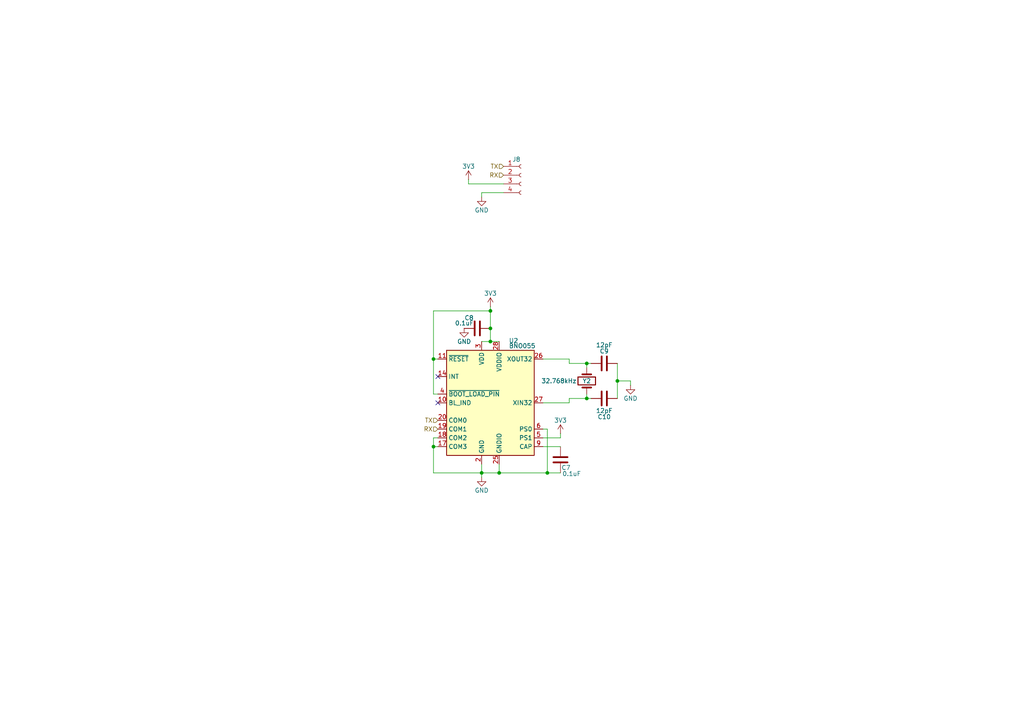
<source format=kicad_sch>
(kicad_sch
	(version 20250114)
	(generator "eeschema")
	(generator_version "9.0")
	(uuid "39403c4c-9b0b-4180-87e6-9dcb124d842d")
	(paper "A4")
	(lib_symbols
		(symbol "Connector:Conn_01x04_Socket"
			(pin_names
				(offset 1.016)
				(hide yes)
			)
			(exclude_from_sim no)
			(in_bom yes)
			(on_board yes)
			(property "Reference" "J"
				(at 0 5.08 0)
				(effects
					(font
						(size 1.27 1.27)
					)
				)
			)
			(property "Value" "Conn_01x04_Socket"
				(at 0 -7.62 0)
				(effects
					(font
						(size 1.27 1.27)
					)
				)
			)
			(property "Footprint" ""
				(at 0 0 0)
				(effects
					(font
						(size 1.27 1.27)
					)
					(hide yes)
				)
			)
			(property "Datasheet" "~"
				(at 0 0 0)
				(effects
					(font
						(size 1.27 1.27)
					)
					(hide yes)
				)
			)
			(property "Description" "Generic connector, single row, 01x04, script generated"
				(at 0 0 0)
				(effects
					(font
						(size 1.27 1.27)
					)
					(hide yes)
				)
			)
			(property "ki_locked" ""
				(at 0 0 0)
				(effects
					(font
						(size 1.27 1.27)
					)
				)
			)
			(property "ki_keywords" "connector"
				(at 0 0 0)
				(effects
					(font
						(size 1.27 1.27)
					)
					(hide yes)
				)
			)
			(property "ki_fp_filters" "Connector*:*_1x??_*"
				(at 0 0 0)
				(effects
					(font
						(size 1.27 1.27)
					)
					(hide yes)
				)
			)
			(symbol "Conn_01x04_Socket_1_1"
				(polyline
					(pts
						(xy -1.27 2.54) (xy -0.508 2.54)
					)
					(stroke
						(width 0.1524)
						(type default)
					)
					(fill
						(type none)
					)
				)
				(polyline
					(pts
						(xy -1.27 0) (xy -0.508 0)
					)
					(stroke
						(width 0.1524)
						(type default)
					)
					(fill
						(type none)
					)
				)
				(polyline
					(pts
						(xy -1.27 -2.54) (xy -0.508 -2.54)
					)
					(stroke
						(width 0.1524)
						(type default)
					)
					(fill
						(type none)
					)
				)
				(polyline
					(pts
						(xy -1.27 -5.08) (xy -0.508 -5.08)
					)
					(stroke
						(width 0.1524)
						(type default)
					)
					(fill
						(type none)
					)
				)
				(arc
					(start 0 2.032)
					(mid -0.5058 2.54)
					(end 0 3.048)
					(stroke
						(width 0.1524)
						(type default)
					)
					(fill
						(type none)
					)
				)
				(arc
					(start 0 -0.508)
					(mid -0.5058 0)
					(end 0 0.508)
					(stroke
						(width 0.1524)
						(type default)
					)
					(fill
						(type none)
					)
				)
				(arc
					(start 0 -3.048)
					(mid -0.5058 -2.54)
					(end 0 -2.032)
					(stroke
						(width 0.1524)
						(type default)
					)
					(fill
						(type none)
					)
				)
				(arc
					(start 0 -5.588)
					(mid -0.5058 -5.08)
					(end 0 -4.572)
					(stroke
						(width 0.1524)
						(type default)
					)
					(fill
						(type none)
					)
				)
				(pin passive line
					(at -5.08 2.54 0)
					(length 3.81)
					(name "Pin_1"
						(effects
							(font
								(size 1.27 1.27)
							)
						)
					)
					(number "1"
						(effects
							(font
								(size 1.27 1.27)
							)
						)
					)
				)
				(pin passive line
					(at -5.08 0 0)
					(length 3.81)
					(name "Pin_2"
						(effects
							(font
								(size 1.27 1.27)
							)
						)
					)
					(number "2"
						(effects
							(font
								(size 1.27 1.27)
							)
						)
					)
				)
				(pin passive line
					(at -5.08 -2.54 0)
					(length 3.81)
					(name "Pin_3"
						(effects
							(font
								(size 1.27 1.27)
							)
						)
					)
					(number "3"
						(effects
							(font
								(size 1.27 1.27)
							)
						)
					)
				)
				(pin passive line
					(at -5.08 -5.08 0)
					(length 3.81)
					(name "Pin_4"
						(effects
							(font
								(size 1.27 1.27)
							)
						)
					)
					(number "4"
						(effects
							(font
								(size 1.27 1.27)
							)
						)
					)
				)
			)
			(embedded_fonts no)
		)
		(symbol "Device:C"
			(pin_numbers
				(hide yes)
			)
			(pin_names
				(offset 0.254)
			)
			(exclude_from_sim no)
			(in_bom yes)
			(on_board yes)
			(property "Reference" "C"
				(at 0.635 2.54 0)
				(effects
					(font
						(size 1.27 1.27)
					)
					(justify left)
				)
			)
			(property "Value" "C"
				(at 0.635 -2.54 0)
				(effects
					(font
						(size 1.27 1.27)
					)
					(justify left)
				)
			)
			(property "Footprint" ""
				(at 0.9652 -3.81 0)
				(effects
					(font
						(size 1.27 1.27)
					)
					(hide yes)
				)
			)
			(property "Datasheet" "~"
				(at 0 0 0)
				(effects
					(font
						(size 1.27 1.27)
					)
					(hide yes)
				)
			)
			(property "Description" "Unpolarized capacitor"
				(at 0 0 0)
				(effects
					(font
						(size 1.27 1.27)
					)
					(hide yes)
				)
			)
			(property "ki_keywords" "cap capacitor"
				(at 0 0 0)
				(effects
					(font
						(size 1.27 1.27)
					)
					(hide yes)
				)
			)
			(property "ki_fp_filters" "C_*"
				(at 0 0 0)
				(effects
					(font
						(size 1.27 1.27)
					)
					(hide yes)
				)
			)
			(symbol "C_0_1"
				(polyline
					(pts
						(xy -2.032 0.762) (xy 2.032 0.762)
					)
					(stroke
						(width 0.508)
						(type default)
					)
					(fill
						(type none)
					)
				)
				(polyline
					(pts
						(xy -2.032 -0.762) (xy 2.032 -0.762)
					)
					(stroke
						(width 0.508)
						(type default)
					)
					(fill
						(type none)
					)
				)
			)
			(symbol "C_1_1"
				(pin passive line
					(at 0 3.81 270)
					(length 2.794)
					(name "~"
						(effects
							(font
								(size 1.27 1.27)
							)
						)
					)
					(number "1"
						(effects
							(font
								(size 1.27 1.27)
							)
						)
					)
				)
				(pin passive line
					(at 0 -3.81 90)
					(length 2.794)
					(name "~"
						(effects
							(font
								(size 1.27 1.27)
							)
						)
					)
					(number "2"
						(effects
							(font
								(size 1.27 1.27)
							)
						)
					)
				)
			)
			(embedded_fonts no)
		)
		(symbol "Device:Crystal"
			(pin_numbers
				(hide yes)
			)
			(pin_names
				(offset 1.016)
				(hide yes)
			)
			(exclude_from_sim no)
			(in_bom yes)
			(on_board yes)
			(property "Reference" "Y"
				(at 0 3.81 0)
				(effects
					(font
						(size 1.27 1.27)
					)
				)
			)
			(property "Value" "Crystal"
				(at 0 -3.81 0)
				(effects
					(font
						(size 1.27 1.27)
					)
				)
			)
			(property "Footprint" ""
				(at 0 0 0)
				(effects
					(font
						(size 1.27 1.27)
					)
					(hide yes)
				)
			)
			(property "Datasheet" "~"
				(at 0 0 0)
				(effects
					(font
						(size 1.27 1.27)
					)
					(hide yes)
				)
			)
			(property "Description" "Two pin crystal"
				(at 0 0 0)
				(effects
					(font
						(size 1.27 1.27)
					)
					(hide yes)
				)
			)
			(property "ki_keywords" "quartz ceramic resonator oscillator"
				(at 0 0 0)
				(effects
					(font
						(size 1.27 1.27)
					)
					(hide yes)
				)
			)
			(property "ki_fp_filters" "Crystal*"
				(at 0 0 0)
				(effects
					(font
						(size 1.27 1.27)
					)
					(hide yes)
				)
			)
			(symbol "Crystal_0_1"
				(polyline
					(pts
						(xy -2.54 0) (xy -1.905 0)
					)
					(stroke
						(width 0)
						(type default)
					)
					(fill
						(type none)
					)
				)
				(polyline
					(pts
						(xy -1.905 -1.27) (xy -1.905 1.27)
					)
					(stroke
						(width 0.508)
						(type default)
					)
					(fill
						(type none)
					)
				)
				(rectangle
					(start -1.143 2.54)
					(end 1.143 -2.54)
					(stroke
						(width 0.3048)
						(type default)
					)
					(fill
						(type none)
					)
				)
				(polyline
					(pts
						(xy 1.905 -1.27) (xy 1.905 1.27)
					)
					(stroke
						(width 0.508)
						(type default)
					)
					(fill
						(type none)
					)
				)
				(polyline
					(pts
						(xy 2.54 0) (xy 1.905 0)
					)
					(stroke
						(width 0)
						(type default)
					)
					(fill
						(type none)
					)
				)
			)
			(symbol "Crystal_1_1"
				(pin passive line
					(at -3.81 0 0)
					(length 1.27)
					(name "1"
						(effects
							(font
								(size 1.27 1.27)
							)
						)
					)
					(number "1"
						(effects
							(font
								(size 1.27 1.27)
							)
						)
					)
				)
				(pin passive line
					(at 3.81 0 180)
					(length 1.27)
					(name "2"
						(effects
							(font
								(size 1.27 1.27)
							)
						)
					)
					(number "2"
						(effects
							(font
								(size 1.27 1.27)
							)
						)
					)
				)
			)
			(embedded_fonts no)
		)
		(symbol "Sensor_Motion:BNO055"
			(exclude_from_sim no)
			(in_bom yes)
			(on_board yes)
			(property "Reference" "U"
				(at -11.43 16.51 0)
				(effects
					(font
						(size 1.27 1.27)
					)
					(justify right)
				)
			)
			(property "Value" "BNO055"
				(at 12.7 16.51 0)
				(effects
					(font
						(size 1.27 1.27)
					)
					(justify right)
				)
			)
			(property "Footprint" "Package_LGA:LGA-28_5.2x3.8mm_P0.5mm"
				(at 6.35 -16.51 0)
				(effects
					(font
						(size 1.27 1.27)
					)
					(justify left)
					(hide yes)
				)
			)
			(property "Datasheet" "https://www.bosch-sensortec.com/media/boschsensortec/downloads/datasheets/bst-bno055-ds000.pdf"
				(at 0 5.08 0)
				(effects
					(font
						(size 1.27 1.27)
					)
					(hide yes)
				)
			)
			(property "Description" "Intelligent 9-axis absolute orientation sensor, LGA-28"
				(at 0 0 0)
				(effects
					(font
						(size 1.27 1.27)
					)
					(hide yes)
				)
			)
			(property "ki_keywords" "IMU Fusion I2C UART"
				(at 0 0 0)
				(effects
					(font
						(size 1.27 1.27)
					)
					(hide yes)
				)
			)
			(property "ki_fp_filters" "LGA*5.2x3.8mm*P0.5mm*"
				(at 0 0 0)
				(effects
					(font
						(size 1.27 1.27)
					)
					(hide yes)
				)
			)
			(symbol "BNO055_0_1"
				(rectangle
					(start -12.7 15.24)
					(end 12.7 -15.24)
					(stroke
						(width 0.254)
						(type default)
					)
					(fill
						(type background)
					)
				)
			)
			(symbol "BNO055_1_1"
				(pin input line
					(at -15.24 12.7 0)
					(length 2.54)
					(name "~{RESET}"
						(effects
							(font
								(size 1.27 1.27)
							)
						)
					)
					(number "11"
						(effects
							(font
								(size 1.27 1.27)
							)
						)
					)
				)
				(pin output line
					(at -15.24 7.62 0)
					(length 2.54)
					(name "INT"
						(effects
							(font
								(size 1.27 1.27)
							)
						)
					)
					(number "14"
						(effects
							(font
								(size 1.27 1.27)
							)
						)
					)
				)
				(pin input line
					(at -15.24 2.54 0)
					(length 2.54)
					(name "~{BOOT_LOAD_PIN}"
						(effects
							(font
								(size 1.27 1.27)
							)
						)
					)
					(number "4"
						(effects
							(font
								(size 1.27 1.27)
							)
						)
					)
				)
				(pin output line
					(at -15.24 0 0)
					(length 2.54)
					(name "BL_IND"
						(effects
							(font
								(size 1.27 1.27)
							)
						)
					)
					(number "10"
						(effects
							(font
								(size 1.27 1.27)
							)
						)
					)
				)
				(pin bidirectional line
					(at -15.24 -5.08 0)
					(length 2.54)
					(name "COM0"
						(effects
							(font
								(size 1.27 1.27)
							)
						)
					)
					(number "20"
						(effects
							(font
								(size 1.27 1.27)
							)
						)
					)
				)
				(pin bidirectional line
					(at -15.24 -7.62 0)
					(length 2.54)
					(name "COM1"
						(effects
							(font
								(size 1.27 1.27)
							)
						)
					)
					(number "19"
						(effects
							(font
								(size 1.27 1.27)
							)
						)
					)
				)
				(pin passive line
					(at -15.24 -10.16 0)
					(length 2.54)
					(name "COM2"
						(effects
							(font
								(size 1.27 1.27)
							)
						)
					)
					(number "18"
						(effects
							(font
								(size 1.27 1.27)
							)
						)
					)
				)
				(pin input line
					(at -15.24 -12.7 0)
					(length 2.54)
					(name "COM3"
						(effects
							(font
								(size 1.27 1.27)
							)
						)
					)
					(number "17"
						(effects
							(font
								(size 1.27 1.27)
							)
						)
					)
				)
				(pin no_connect line
					(at -12.7 10.16 0)
					(length 2.54)
					(hide yes)
					(name "PIN1"
						(effects
							(font
								(size 1.27 1.27)
							)
						)
					)
					(number "1"
						(effects
							(font
								(size 1.27 1.27)
							)
						)
					)
				)
				(pin no_connect line
					(at -12.7 5.08 0)
					(length 2.54)
					(hide yes)
					(name "PIN7"
						(effects
							(font
								(size 1.27 1.27)
							)
						)
					)
					(number "7"
						(effects
							(font
								(size 1.27 1.27)
							)
						)
					)
				)
				(pin no_connect line
					(at -12.7 -2.54 0)
					(length 2.54)
					(hide yes)
					(name "PIN8"
						(effects
							(font
								(size 1.27 1.27)
							)
						)
					)
					(number "8"
						(effects
							(font
								(size 1.27 1.27)
							)
						)
					)
				)
				(pin power_in line
					(at -2.54 17.78 270)
					(length 2.54)
					(name "VDD"
						(effects
							(font
								(size 1.27 1.27)
							)
						)
					)
					(number "3"
						(effects
							(font
								(size 1.27 1.27)
							)
						)
					)
				)
				(pin power_in line
					(at -2.54 -17.78 90)
					(length 2.54)
					(name "GND"
						(effects
							(font
								(size 1.27 1.27)
							)
						)
					)
					(number "2"
						(effects
							(font
								(size 1.27 1.27)
							)
						)
					)
				)
				(pin power_in line
					(at 2.54 17.78 270)
					(length 2.54)
					(name "VDDIO"
						(effects
							(font
								(size 1.27 1.27)
							)
						)
					)
					(number "28"
						(effects
							(font
								(size 1.27 1.27)
							)
						)
					)
				)
				(pin power_in line
					(at 2.54 -17.78 90)
					(length 2.54)
					(name "GNDIO"
						(effects
							(font
								(size 1.27 1.27)
							)
						)
					)
					(number "25"
						(effects
							(font
								(size 1.27 1.27)
							)
						)
					)
				)
				(pin no_connect line
					(at 5.08 -15.24 90)
					(length 2.54)
					(hide yes)
					(name "PIN15"
						(effects
							(font
								(size 1.27 1.27)
							)
						)
					)
					(number "15"
						(effects
							(font
								(size 1.27 1.27)
							)
						)
					)
				)
				(pin no_connect line
					(at 7.62 -15.24 90)
					(length 2.54)
					(hide yes)
					(name "PIN16"
						(effects
							(font
								(size 1.27 1.27)
							)
						)
					)
					(number "16"
						(effects
							(font
								(size 1.27 1.27)
							)
						)
					)
				)
				(pin no_connect line
					(at 12.7 10.16 180)
					(length 2.54)
					(hide yes)
					(name "PIN12"
						(effects
							(font
								(size 1.27 1.27)
							)
						)
					)
					(number "12"
						(effects
							(font
								(size 1.27 1.27)
							)
						)
					)
				)
				(pin no_connect line
					(at 12.7 7.62 180)
					(length 2.54)
					(hide yes)
					(name "PIN13"
						(effects
							(font
								(size 1.27 1.27)
							)
						)
					)
					(number "13"
						(effects
							(font
								(size 1.27 1.27)
							)
						)
					)
				)
				(pin no_connect line
					(at 12.7 5.08 180)
					(length 2.54)
					(hide yes)
					(name "PIN21"
						(effects
							(font
								(size 1.27 1.27)
							)
						)
					)
					(number "21"
						(effects
							(font
								(size 1.27 1.27)
							)
						)
					)
				)
				(pin no_connect line
					(at 12.7 2.54 180)
					(length 2.54)
					(hide yes)
					(name "PIN22"
						(effects
							(font
								(size 1.27 1.27)
							)
						)
					)
					(number "22"
						(effects
							(font
								(size 1.27 1.27)
							)
						)
					)
				)
				(pin no_connect line
					(at 12.7 -2.54 180)
					(length 2.54)
					(hide yes)
					(name "PIN23"
						(effects
							(font
								(size 1.27 1.27)
							)
						)
					)
					(number "23"
						(effects
							(font
								(size 1.27 1.27)
							)
						)
					)
				)
				(pin no_connect line
					(at 12.7 -5.08 180)
					(length 2.54)
					(hide yes)
					(name "PIN24"
						(effects
							(font
								(size 1.27 1.27)
							)
						)
					)
					(number "24"
						(effects
							(font
								(size 1.27 1.27)
							)
						)
					)
				)
				(pin output line
					(at 15.24 12.7 180)
					(length 2.54)
					(name "XOUT32"
						(effects
							(font
								(size 1.27 1.27)
							)
						)
					)
					(number "26"
						(effects
							(font
								(size 1.27 1.27)
							)
						)
					)
				)
				(pin input line
					(at 15.24 0 180)
					(length 2.54)
					(name "XIN32"
						(effects
							(font
								(size 1.27 1.27)
							)
						)
					)
					(number "27"
						(effects
							(font
								(size 1.27 1.27)
							)
						)
					)
				)
				(pin input line
					(at 15.24 -7.62 180)
					(length 2.54)
					(name "PS0"
						(effects
							(font
								(size 1.27 1.27)
							)
						)
					)
					(number "6"
						(effects
							(font
								(size 1.27 1.27)
							)
						)
					)
				)
				(pin input line
					(at 15.24 -10.16 180)
					(length 2.54)
					(name "PS1"
						(effects
							(font
								(size 1.27 1.27)
							)
						)
					)
					(number "5"
						(effects
							(font
								(size 1.27 1.27)
							)
						)
					)
				)
				(pin passive line
					(at 15.24 -12.7 180)
					(length 2.54)
					(name "CAP"
						(effects
							(font
								(size 1.27 1.27)
							)
						)
					)
					(number "9"
						(effects
							(font
								(size 1.27 1.27)
							)
						)
					)
				)
			)
			(embedded_fonts no)
		)
		(symbol "power:GND"
			(power)
			(pin_numbers
				(hide yes)
			)
			(pin_names
				(offset 0)
				(hide yes)
			)
			(exclude_from_sim no)
			(in_bom yes)
			(on_board yes)
			(property "Reference" "#PWR"
				(at 0 -6.35 0)
				(effects
					(font
						(size 1.27 1.27)
					)
					(hide yes)
				)
			)
			(property "Value" "GND"
				(at 0 -3.81 0)
				(effects
					(font
						(size 1.27 1.27)
					)
				)
			)
			(property "Footprint" ""
				(at 0 0 0)
				(effects
					(font
						(size 1.27 1.27)
					)
					(hide yes)
				)
			)
			(property "Datasheet" ""
				(at 0 0 0)
				(effects
					(font
						(size 1.27 1.27)
					)
					(hide yes)
				)
			)
			(property "Description" "Power symbol creates a global label with name \"GND\" , ground"
				(at 0 0 0)
				(effects
					(font
						(size 1.27 1.27)
					)
					(hide yes)
				)
			)
			(property "ki_keywords" "global power"
				(at 0 0 0)
				(effects
					(font
						(size 1.27 1.27)
					)
					(hide yes)
				)
			)
			(symbol "GND_0_1"
				(polyline
					(pts
						(xy 0 0) (xy 0 -1.27) (xy 1.27 -1.27) (xy 0 -2.54) (xy -1.27 -1.27) (xy 0 -1.27)
					)
					(stroke
						(width 0)
						(type default)
					)
					(fill
						(type none)
					)
				)
			)
			(symbol "GND_1_1"
				(pin power_in line
					(at 0 0 270)
					(length 0)
					(name "~"
						(effects
							(font
								(size 1.27 1.27)
							)
						)
					)
					(number "1"
						(effects
							(font
								(size 1.27 1.27)
							)
						)
					)
				)
			)
			(embedded_fonts no)
		)
		(symbol "power:VCC"
			(power)
			(pin_numbers
				(hide yes)
			)
			(pin_names
				(offset 0)
				(hide yes)
			)
			(exclude_from_sim no)
			(in_bom yes)
			(on_board yes)
			(property "Reference" "#PWR"
				(at 0 -3.81 0)
				(effects
					(font
						(size 1.27 1.27)
					)
					(hide yes)
				)
			)
			(property "Value" "VCC"
				(at 0 3.556 0)
				(effects
					(font
						(size 1.27 1.27)
					)
				)
			)
			(property "Footprint" ""
				(at 0 0 0)
				(effects
					(font
						(size 1.27 1.27)
					)
					(hide yes)
				)
			)
			(property "Datasheet" ""
				(at 0 0 0)
				(effects
					(font
						(size 1.27 1.27)
					)
					(hide yes)
				)
			)
			(property "Description" "Power symbol creates a global label with name \"VCC\""
				(at 0 0 0)
				(effects
					(font
						(size 1.27 1.27)
					)
					(hide yes)
				)
			)
			(property "ki_keywords" "global power"
				(at 0 0 0)
				(effects
					(font
						(size 1.27 1.27)
					)
					(hide yes)
				)
			)
			(symbol "VCC_0_1"
				(polyline
					(pts
						(xy -0.762 1.27) (xy 0 2.54)
					)
					(stroke
						(width 0)
						(type default)
					)
					(fill
						(type none)
					)
				)
				(polyline
					(pts
						(xy 0 2.54) (xy 0.762 1.27)
					)
					(stroke
						(width 0)
						(type default)
					)
					(fill
						(type none)
					)
				)
				(polyline
					(pts
						(xy 0 0) (xy 0 2.54)
					)
					(stroke
						(width 0)
						(type default)
					)
					(fill
						(type none)
					)
				)
			)
			(symbol "VCC_1_1"
				(pin power_in line
					(at 0 0 90)
					(length 0)
					(name "~"
						(effects
							(font
								(size 1.27 1.27)
							)
						)
					)
					(number "1"
						(effects
							(font
								(size 1.27 1.27)
							)
						)
					)
				)
			)
			(embedded_fonts no)
		)
	)
	(junction
		(at 179.07 110.49)
		(diameter 0)
		(color 0 0 0 0)
		(uuid "08eca5f6-4937-4e47-b9a8-328c1bf0c4d5")
	)
	(junction
		(at 142.24 95.25)
		(diameter 0)
		(color 0 0 0 0)
		(uuid "139cfea7-306a-40e1-91da-a23031710ba6")
	)
	(junction
		(at 139.7 137.16)
		(diameter 0)
		(color 0 0 0 0)
		(uuid "24a7f1a8-ddd1-4be6-bced-72b4f02948f6")
	)
	(junction
		(at 142.24 99.06)
		(diameter 0)
		(color 0 0 0 0)
		(uuid "69c5e828-cf20-4d30-8452-97cfdfe7492a")
	)
	(junction
		(at 170.18 115.57)
		(diameter 0)
		(color 0 0 0 0)
		(uuid "743cac26-a30b-4920-97c8-15e616ef3a0f")
	)
	(junction
		(at 142.24 90.17)
		(diameter 0)
		(color 0 0 0 0)
		(uuid "7b29d0b1-8ce6-44ca-bcd3-029b50823abc")
	)
	(junction
		(at 144.78 137.16)
		(diameter 0)
		(color 0 0 0 0)
		(uuid "8097043c-8092-494b-b2e9-8b1dde5f3a55")
	)
	(junction
		(at 158.75 137.16)
		(diameter 0)
		(color 0 0 0 0)
		(uuid "e6b74e86-703a-4624-acff-7e8543fcb8ea")
	)
	(junction
		(at 125.73 104.14)
		(diameter 0)
		(color 0 0 0 0)
		(uuid "e9ce42b5-d95c-481f-9810-38b554753528")
	)
	(junction
		(at 170.18 105.41)
		(diameter 0)
		(color 0 0 0 0)
		(uuid "f8fdbf5d-b456-4ad2-9bef-2daf30e48638")
	)
	(junction
		(at 125.73 129.54)
		(diameter 0)
		(color 0 0 0 0)
		(uuid "fbe9cdb8-1023-4245-b16d-bc64b0cf9454")
	)
	(no_connect
		(at 127 109.22)
		(uuid "5504363f-f07f-40a5-bfc0-ad2ab239406e")
	)
	(no_connect
		(at 127 116.84)
		(uuid "9c045741-a921-407e-b8e6-5dbd69da64be")
	)
	(wire
		(pts
			(xy 179.07 105.41) (xy 179.07 110.49)
		)
		(stroke
			(width 0)
			(type default)
		)
		(uuid "018cff28-8a9a-4d7e-a87d-cdd669225b84")
	)
	(wire
		(pts
			(xy 179.07 110.49) (xy 182.88 110.49)
		)
		(stroke
			(width 0)
			(type default)
		)
		(uuid "1cd23bfa-22f1-4c70-88dc-f55967556b98")
	)
	(wire
		(pts
			(xy 125.73 104.14) (xy 127 104.14)
		)
		(stroke
			(width 0)
			(type default)
		)
		(uuid "1d0c65d3-f885-40f1-a113-b2ab07877664")
	)
	(wire
		(pts
			(xy 165.1 105.41) (xy 170.18 105.41)
		)
		(stroke
			(width 0)
			(type default)
		)
		(uuid "1d388c9e-2f84-4982-b613-a3bc76f3b385")
	)
	(wire
		(pts
			(xy 139.7 134.62) (xy 139.7 137.16)
		)
		(stroke
			(width 0)
			(type default)
		)
		(uuid "1da19b7f-2d34-41a3-86a2-e92e00d4c10c")
	)
	(wire
		(pts
			(xy 139.7 137.16) (xy 144.78 137.16)
		)
		(stroke
			(width 0)
			(type default)
		)
		(uuid "243787ae-8141-48c1-9978-a320855cd088")
	)
	(wire
		(pts
			(xy 165.1 115.57) (xy 170.18 115.57)
		)
		(stroke
			(width 0)
			(type default)
		)
		(uuid "276ab1c0-71e5-4b76-b64f-93b2dcae68c7")
	)
	(wire
		(pts
			(xy 125.73 127) (xy 127 127)
		)
		(stroke
			(width 0)
			(type default)
		)
		(uuid "29867c1e-1ee5-46e9-876b-4ceb6e4083c6")
	)
	(wire
		(pts
			(xy 144.78 134.62) (xy 144.78 137.16)
		)
		(stroke
			(width 0)
			(type default)
		)
		(uuid "32e6c2db-0907-45b5-af45-d33e5e609ff9")
	)
	(wire
		(pts
			(xy 139.7 138.43) (xy 139.7 137.16)
		)
		(stroke
			(width 0)
			(type default)
		)
		(uuid "3b096b6b-df72-4515-bfc4-c00b364b9404")
	)
	(wire
		(pts
			(xy 135.89 53.34) (xy 146.05 53.34)
		)
		(stroke
			(width 0)
			(type default)
		)
		(uuid "3e4fe1a2-a32e-41e4-afea-90a4ff019052")
	)
	(wire
		(pts
			(xy 157.48 127) (xy 162.56 127)
		)
		(stroke
			(width 0)
			(type default)
		)
		(uuid "40f40eb3-9adc-41ac-bdfb-49285d904ac0")
	)
	(wire
		(pts
			(xy 146.05 55.88) (xy 139.7 55.88)
		)
		(stroke
			(width 0)
			(type default)
		)
		(uuid "4148621b-3bdb-4e23-9c20-cc1515ac178f")
	)
	(wire
		(pts
			(xy 142.24 90.17) (xy 142.24 95.25)
		)
		(stroke
			(width 0)
			(type default)
		)
		(uuid "44f648f0-bf47-47bc-8935-d140e6eace9b")
	)
	(wire
		(pts
			(xy 139.7 137.16) (xy 125.73 137.16)
		)
		(stroke
			(width 0)
			(type default)
		)
		(uuid "4beaeae7-088b-4158-bd7d-c9bb8ae31a30")
	)
	(wire
		(pts
			(xy 139.7 99.06) (xy 142.24 99.06)
		)
		(stroke
			(width 0)
			(type default)
		)
		(uuid "4c5371a8-83db-4364-a364-bd79e27de5fb")
	)
	(wire
		(pts
			(xy 142.24 88.9) (xy 142.24 90.17)
		)
		(stroke
			(width 0)
			(type default)
		)
		(uuid "4e671b49-92ab-4da6-8e95-3c0d551d1876")
	)
	(wire
		(pts
			(xy 165.1 116.84) (xy 165.1 115.57)
		)
		(stroke
			(width 0)
			(type default)
		)
		(uuid "50336b5e-dce8-4077-b601-0450f1f868d9")
	)
	(wire
		(pts
			(xy 125.73 129.54) (xy 127 129.54)
		)
		(stroke
			(width 0)
			(type default)
		)
		(uuid "532788ec-5cd9-4e7b-8a5d-ed7aa1ab85e9")
	)
	(wire
		(pts
			(xy 157.48 129.54) (xy 162.56 129.54)
		)
		(stroke
			(width 0)
			(type default)
		)
		(uuid "5890edd2-364c-44d9-aa64-259e0322412f")
	)
	(wire
		(pts
			(xy 158.75 124.46) (xy 158.75 137.16)
		)
		(stroke
			(width 0)
			(type default)
		)
		(uuid "66da268d-ea43-4ed5-b620-f1eea0257b5c")
	)
	(wire
		(pts
			(xy 165.1 104.14) (xy 165.1 105.41)
		)
		(stroke
			(width 0)
			(type default)
		)
		(uuid "76d258cf-5ba5-4392-83a8-1441d2e80c5e")
	)
	(wire
		(pts
			(xy 144.78 137.16) (xy 158.75 137.16)
		)
		(stroke
			(width 0)
			(type default)
		)
		(uuid "7e1aaf1f-ac73-4a96-90e3-de5445db0e48")
	)
	(wire
		(pts
			(xy 125.73 90.17) (xy 142.24 90.17)
		)
		(stroke
			(width 0)
			(type default)
		)
		(uuid "7e847908-3674-4d01-ac51-c76c9023097f")
	)
	(wire
		(pts
			(xy 157.48 124.46) (xy 158.75 124.46)
		)
		(stroke
			(width 0)
			(type default)
		)
		(uuid "7efa2316-919a-4d1a-97ad-c0085a207109")
	)
	(wire
		(pts
			(xy 135.89 52.07) (xy 135.89 53.34)
		)
		(stroke
			(width 0)
			(type default)
		)
		(uuid "8532da68-f797-4846-b861-e0f11171d992")
	)
	(wire
		(pts
			(xy 142.24 95.25) (xy 142.24 99.06)
		)
		(stroke
			(width 0)
			(type default)
		)
		(uuid "86b2bfed-73de-4eb1-b563-5e3c72852bb1")
	)
	(wire
		(pts
			(xy 171.45 105.41) (xy 170.18 105.41)
		)
		(stroke
			(width 0)
			(type default)
		)
		(uuid "912385a2-995e-4bcd-a051-f9803f1ec077")
	)
	(wire
		(pts
			(xy 127 114.3) (xy 125.73 114.3)
		)
		(stroke
			(width 0)
			(type default)
		)
		(uuid "94459afb-b723-43bd-beb2-123c505f466e")
	)
	(wire
		(pts
			(xy 142.24 99.06) (xy 144.78 99.06)
		)
		(stroke
			(width 0)
			(type default)
		)
		(uuid "94d2e9b8-6aba-4ac0-ad15-70fdc83d1419")
	)
	(wire
		(pts
			(xy 170.18 114.3) (xy 170.18 115.57)
		)
		(stroke
			(width 0)
			(type default)
		)
		(uuid "960e275d-f01e-4e87-aefd-c302003aeac1")
	)
	(wire
		(pts
			(xy 182.88 110.49) (xy 182.88 111.76)
		)
		(stroke
			(width 0)
			(type default)
		)
		(uuid "979a9678-8dad-4af4-9acc-e1385f8b6abc")
	)
	(wire
		(pts
			(xy 125.73 104.14) (xy 125.73 90.17)
		)
		(stroke
			(width 0)
			(type default)
		)
		(uuid "9d37bd69-013a-429f-992c-6716299eae7d")
	)
	(wire
		(pts
			(xy 125.73 129.54) (xy 125.73 137.16)
		)
		(stroke
			(width 0)
			(type default)
		)
		(uuid "ad90f368-27fb-4606-9c77-4d47e86a5ac7")
	)
	(wire
		(pts
			(xy 162.56 127) (xy 162.56 125.73)
		)
		(stroke
			(width 0)
			(type default)
		)
		(uuid "b980da9c-50c8-430b-9520-c550b0ff3c0f")
	)
	(wire
		(pts
			(xy 125.73 129.54) (xy 125.73 127)
		)
		(stroke
			(width 0)
			(type default)
		)
		(uuid "c4a99232-7070-4974-b88f-63c9bbab09ea")
	)
	(wire
		(pts
			(xy 139.7 55.88) (xy 139.7 57.15)
		)
		(stroke
			(width 0)
			(type default)
		)
		(uuid "dbb72e52-8a35-4d05-8e5e-2ed00e57c4c9")
	)
	(wire
		(pts
			(xy 170.18 115.57) (xy 171.45 115.57)
		)
		(stroke
			(width 0)
			(type default)
		)
		(uuid "df36b87b-1b0f-4505-8cdc-3a3e2b4547c0")
	)
	(wire
		(pts
			(xy 157.48 104.14) (xy 165.1 104.14)
		)
		(stroke
			(width 0)
			(type default)
		)
		(uuid "eb47a95e-0038-47dd-a8b8-10056f7292b4")
	)
	(wire
		(pts
			(xy 170.18 105.41) (xy 170.18 106.68)
		)
		(stroke
			(width 0)
			(type default)
		)
		(uuid "ed51b4c1-b7d4-42a6-a9b8-df39c8154765")
	)
	(wire
		(pts
			(xy 179.07 110.49) (xy 179.07 115.57)
		)
		(stroke
			(width 0)
			(type default)
		)
		(uuid "f0014dcb-5035-4176-a88b-de46f9b73121")
	)
	(wire
		(pts
			(xy 158.75 137.16) (xy 162.56 137.16)
		)
		(stroke
			(width 0)
			(type default)
		)
		(uuid "f36e112f-e816-4980-9fcb-b9b759ffb5aa")
	)
	(wire
		(pts
			(xy 157.48 116.84) (xy 165.1 116.84)
		)
		(stroke
			(width 0)
			(type default)
		)
		(uuid "f92664e3-8307-421c-a36e-cbc21946667f")
	)
	(wire
		(pts
			(xy 125.73 114.3) (xy 125.73 104.14)
		)
		(stroke
			(width 0)
			(type default)
		)
		(uuid "ffd57b2d-adfe-4f31-8847-68e4222cf504")
	)
	(hierarchical_label "TX"
		(shape input)
		(at 127 121.92 180)
		(effects
			(font
				(size 1.27 1.27)
			)
			(justify right)
		)
		(uuid "6a0273f3-5ccf-411e-9c53-c13257b4355a")
	)
	(hierarchical_label "RX"
		(shape input)
		(at 127 124.46 180)
		(effects
			(font
				(size 1.27 1.27)
			)
			(justify right)
		)
		(uuid "6a0273f3-5ccf-411e-9c53-c13257b4355b")
	)
	(hierarchical_label "RX"
		(shape input)
		(at 146.05 50.8 180)
		(effects
			(font
				(size 1.27 1.27)
			)
			(justify right)
		)
		(uuid "c078426f-4508-4b26-b08b-59b1b1275158")
	)
	(hierarchical_label "TX"
		(shape input)
		(at 146.05 48.26 180)
		(effects
			(font
				(size 1.27 1.27)
			)
			(justify right)
		)
		(uuid "f95b24ac-f902-4962-be07-a88a987af601")
	)
	(symbol
		(lib_id "power:GND")
		(at 139.7 138.43 0)
		(unit 1)
		(exclude_from_sim no)
		(in_bom yes)
		(on_board yes)
		(dnp no)
		(uuid "006b0fd5-f759-4e1e-8203-40095fc76476")
		(property "Reference" "#PWR07"
			(at 139.7 144.78 0)
			(effects
				(font
					(size 1.27 1.27)
				)
				(hide yes)
			)
		)
		(property "Value" "GND"
			(at 139.7 142.24 0)
			(effects
				(font
					(size 1.27 1.27)
				)
			)
		)
		(property "Footprint" ""
			(at 139.7 138.43 0)
			(effects
				(font
					(size 1.27 1.27)
				)
				(hide yes)
			)
		)
		(property "Datasheet" ""
			(at 139.7 138.43 0)
			(effects
				(font
					(size 1.27 1.27)
				)
				(hide yes)
			)
		)
		(property "Description" "Power symbol creates a global label with name \"GND\" , ground"
			(at 139.7 138.43 0)
			(effects
				(font
					(size 1.27 1.27)
				)
				(hide yes)
			)
		)
		(pin "1"
			(uuid "68a1c76c-e414-4b86-95de-8d6dfe0315cd")
		)
		(instances
			(project "lidar"
				(path "/ddbee91c-d870-4cea-baff-6659bab9b5fd/afa486be-e6c0-40a7-9a30-0e6f3429f7ee"
					(reference "#PWR07")
					(unit 1)
				)
			)
		)
	)
	(symbol
		(lib_id "Sensor_Motion:BNO055")
		(at 142.24 116.84 0)
		(unit 1)
		(exclude_from_sim no)
		(in_bom yes)
		(on_board yes)
		(dnp no)
		(uuid "2554d5c5-c52e-4b9a-a9e9-340c2a7e2007")
		(property "Reference" "U2"
			(at 147.574 98.806 0)
			(effects
				(font
					(size 1.27 1.27)
				)
				(justify left)
			)
		)
		(property "Value" "BNO055"
			(at 147.574 100.33 0)
			(effects
				(font
					(size 1.27 1.27)
				)
				(justify left)
			)
		)
		(property "Footprint" "accelerometer:BNO055_Hand_Soldering_LGA-28_5.2x3.8mm_P0.5mm"
			(at 148.59 133.35 0)
			(effects
				(font
					(size 1.27 1.27)
				)
				(justify left)
				(hide yes)
			)
		)
		(property "Datasheet" "https://www.bosch-sensortec.com/media/boschsensortec/downloads/datasheets/bst-bno055-ds000.pdf"
			(at 142.24 111.76 0)
			(effects
				(font
					(size 1.27 1.27)
				)
				(hide yes)
			)
		)
		(property "Description" "Intelligent 9-axis absolute orientation sensor, LGA-28"
			(at 142.24 116.84 0)
			(effects
				(font
					(size 1.27 1.27)
				)
				(hide yes)
			)
		)
		(pin "11"
			(uuid "2c72f988-5ee3-46e1-9e2a-b147022c5acf")
		)
		(pin "7"
			(uuid "24926795-a016-4d49-b5e6-bc999101d7b5")
		)
		(pin "1"
			(uuid "813b2032-977a-449a-9755-1ee595042f42")
		)
		(pin "28"
			(uuid "c64b7315-889b-4387-b86d-23225bb9cbb6")
		)
		(pin "13"
			(uuid "6c50e91d-08b3-4c4f-baff-a57f76fc7ea7")
		)
		(pin "20"
			(uuid "f53b7cae-036d-488c-91a2-a4fd621d0b1a")
		)
		(pin "14"
			(uuid "b569e89f-6825-4ae4-99c3-d94b318a47b4")
		)
		(pin "10"
			(uuid "6b6f8992-c7a3-472f-a171-04b4db49d504")
		)
		(pin "19"
			(uuid "ff169f62-89c0-4ca8-8360-8181965df838")
		)
		(pin "4"
			(uuid "7c291406-7cb8-4868-a0d9-cbca5c7b22e4")
		)
		(pin "17"
			(uuid "a50ed510-6705-458e-a188-0853abd4055c")
		)
		(pin "2"
			(uuid "7ce10859-4d36-4d23-b19d-a4d73a2089a4")
		)
		(pin "25"
			(uuid "dca418f7-2206-492f-86f2-cbd54b1aa02f")
		)
		(pin "18"
			(uuid "db2995b2-5108-446f-ad85-34296d5739a8")
		)
		(pin "8"
			(uuid "7bbb054d-4ca3-4bb3-a194-9cf2eaea42b6")
		)
		(pin "3"
			(uuid "747d8244-f7c0-49a4-8395-8812c42f0c2b")
		)
		(pin "16"
			(uuid "c842bf22-4955-457d-81e5-1d58d4e0b065")
		)
		(pin "12"
			(uuid "5c3fe357-7184-4fe9-9863-dca005ff737a")
		)
		(pin "15"
			(uuid "d750d430-4b9e-4ff6-9106-38b3957589c7")
		)
		(pin "23"
			(uuid "935182dd-9a61-4c99-8f93-e22a8b91dd4c")
		)
		(pin "26"
			(uuid "31435973-49f8-4262-b7c3-5f0cd9c06e9c")
		)
		(pin "5"
			(uuid "c04987da-6a22-4043-9f6f-c4faa2a6bdf6")
		)
		(pin "9"
			(uuid "ce8ea622-0878-4d4a-a802-58f1e9722896")
		)
		(pin "6"
			(uuid "301fa382-1a8b-4e80-91a5-47611af128ad")
		)
		(pin "22"
			(uuid "870b6686-96ed-4259-8a41-c9a0fa42bfa5")
		)
		(pin "27"
			(uuid "bf2eb52c-02ad-4622-8b7d-cc2497cf4167")
		)
		(pin "21"
			(uuid "6248ea3d-5bfa-4653-8a7b-002af05e2f8e")
		)
		(pin "24"
			(uuid "51714682-99af-4b7b-aaf3-17dae47b08d3")
		)
		(instances
			(project ""
				(path "/ddbee91c-d870-4cea-baff-6659bab9b5fd/afa486be-e6c0-40a7-9a30-0e6f3429f7ee"
					(reference "U2")
					(unit 1)
				)
			)
		)
	)
	(symbol
		(lib_id "Device:C")
		(at 138.43 95.25 90)
		(unit 1)
		(exclude_from_sim no)
		(in_bom yes)
		(on_board yes)
		(dnp no)
		(uuid "368f8660-5ea8-44d7-9cbe-bc30fa14873f")
		(property "Reference" "C8"
			(at 137.414 92.202 90)
			(effects
				(font
					(size 1.27 1.27)
				)
				(justify left)
			)
		)
		(property "Value" "0.1uF"
			(at 137.414 93.726 90)
			(effects
				(font
					(size 1.27 1.27)
				)
				(justify left)
			)
		)
		(property "Footprint" "Capacitor_SMD:C_0603_1608Metric_Pad1.08x0.95mm_HandSolder"
			(at 142.24 94.2848 0)
			(effects
				(font
					(size 1.27 1.27)
				)
				(hide yes)
			)
		)
		(property "Datasheet" "~"
			(at 138.43 95.25 0)
			(effects
				(font
					(size 1.27 1.27)
				)
				(hide yes)
			)
		)
		(property "Description" "Unpolarized capacitor"
			(at 138.43 95.25 0)
			(effects
				(font
					(size 1.27 1.27)
				)
				(hide yes)
			)
		)
		(pin "1"
			(uuid "288f336e-78ba-4bdf-b1b7-73a0c8747525")
		)
		(pin "2"
			(uuid "de9016bd-f1fd-44ce-9a2c-ed8148a546af")
		)
		(instances
			(project "lidar"
				(path "/ddbee91c-d870-4cea-baff-6659bab9b5fd/afa486be-e6c0-40a7-9a30-0e6f3429f7ee"
					(reference "C8")
					(unit 1)
				)
			)
		)
	)
	(symbol
		(lib_id "power:GND")
		(at 134.62 95.25 0)
		(unit 1)
		(exclude_from_sim no)
		(in_bom yes)
		(on_board yes)
		(dnp no)
		(uuid "431ea18e-ba8e-40b5-a245-332ffe1e7598")
		(property "Reference" "#PWR014"
			(at 134.62 101.6 0)
			(effects
				(font
					(size 1.27 1.27)
				)
				(hide yes)
			)
		)
		(property "Value" "GND"
			(at 134.62 99.06 0)
			(effects
				(font
					(size 1.27 1.27)
				)
			)
		)
		(property "Footprint" ""
			(at 134.62 95.25 0)
			(effects
				(font
					(size 1.27 1.27)
				)
				(hide yes)
			)
		)
		(property "Datasheet" ""
			(at 134.62 95.25 0)
			(effects
				(font
					(size 1.27 1.27)
				)
				(hide yes)
			)
		)
		(property "Description" "Power symbol creates a global label with name \"GND\" , ground"
			(at 134.62 95.25 0)
			(effects
				(font
					(size 1.27 1.27)
				)
				(hide yes)
			)
		)
		(pin "1"
			(uuid "95f253f7-cc85-49b0-8ff3-50bb565a73c6")
		)
		(instances
			(project "lidar"
				(path "/ddbee91c-d870-4cea-baff-6659bab9b5fd/afa486be-e6c0-40a7-9a30-0e6f3429f7ee"
					(reference "#PWR014")
					(unit 1)
				)
			)
		)
	)
	(symbol
		(lib_id "power:VCC")
		(at 142.24 88.9 0)
		(unit 1)
		(exclude_from_sim no)
		(in_bom yes)
		(on_board yes)
		(dnp no)
		(uuid "45151357-4e86-4686-9104-c3b0365214c3")
		(property "Reference" "#PWR09"
			(at 142.24 92.71 0)
			(effects
				(font
					(size 1.27 1.27)
				)
				(hide yes)
			)
		)
		(property "Value" "3V3"
			(at 142.24 85.09 0)
			(effects
				(font
					(size 1.27 1.27)
				)
			)
		)
		(property "Footprint" ""
			(at 142.24 88.9 0)
			(effects
				(font
					(size 1.27 1.27)
				)
				(hide yes)
			)
		)
		(property "Datasheet" ""
			(at 142.24 88.9 0)
			(effects
				(font
					(size 1.27 1.27)
				)
				(hide yes)
			)
		)
		(property "Description" "Power symbol creates a global label with name \"VCC\""
			(at 142.24 88.9 0)
			(effects
				(font
					(size 1.27 1.27)
				)
				(hide yes)
			)
		)
		(pin "1"
			(uuid "18b75ca9-56c6-4d0a-a6ef-81c48b07da89")
		)
		(instances
			(project "lidar"
				(path "/ddbee91c-d870-4cea-baff-6659bab9b5fd/afa486be-e6c0-40a7-9a30-0e6f3429f7ee"
					(reference "#PWR09")
					(unit 1)
				)
			)
		)
	)
	(symbol
		(lib_id "power:VCC")
		(at 162.56 125.73 0)
		(unit 1)
		(exclude_from_sim no)
		(in_bom yes)
		(on_board yes)
		(dnp no)
		(uuid "4d4094a9-fa04-485d-bb3c-12a14bbea667")
		(property "Reference" "#PWR08"
			(at 162.56 129.54 0)
			(effects
				(font
					(size 1.27 1.27)
				)
				(hide yes)
			)
		)
		(property "Value" "3V3"
			(at 162.56 121.92 0)
			(effects
				(font
					(size 1.27 1.27)
				)
			)
		)
		(property "Footprint" ""
			(at 162.56 125.73 0)
			(effects
				(font
					(size 1.27 1.27)
				)
				(hide yes)
			)
		)
		(property "Datasheet" ""
			(at 162.56 125.73 0)
			(effects
				(font
					(size 1.27 1.27)
				)
				(hide yes)
			)
		)
		(property "Description" "Power symbol creates a global label with name \"VCC\""
			(at 162.56 125.73 0)
			(effects
				(font
					(size 1.27 1.27)
				)
				(hide yes)
			)
		)
		(pin "1"
			(uuid "8ea00ecc-52b6-4646-911f-22fbcd4c9458")
		)
		(instances
			(project "lidar"
				(path "/ddbee91c-d870-4cea-baff-6659bab9b5fd/afa486be-e6c0-40a7-9a30-0e6f3429f7ee"
					(reference "#PWR08")
					(unit 1)
				)
			)
		)
	)
	(symbol
		(lib_id "Device:C")
		(at 175.26 115.57 90)
		(mirror x)
		(unit 1)
		(exclude_from_sim no)
		(in_bom yes)
		(on_board yes)
		(dnp no)
		(uuid "4f3ad943-72b8-4999-83a9-ffb7b1aa5084")
		(property "Reference" "C10"
			(at 175.26 120.904 90)
			(effects
				(font
					(size 1.27 1.27)
				)
			)
		)
		(property "Value" "12pF"
			(at 175.26 119.126 90)
			(effects
				(font
					(size 1.27 1.27)
				)
			)
		)
		(property "Footprint" "Capacitor_SMD:C_0603_1608Metric_Pad1.08x0.95mm_HandSolder"
			(at 179.07 116.5352 0)
			(effects
				(font
					(size 1.27 1.27)
				)
				(hide yes)
			)
		)
		(property "Datasheet" "~"
			(at 175.26 115.57 0)
			(effects
				(font
					(size 1.27 1.27)
				)
				(hide yes)
			)
		)
		(property "Description" "Unpolarized capacitor"
			(at 175.26 115.57 0)
			(effects
				(font
					(size 1.27 1.27)
				)
				(hide yes)
			)
		)
		(pin "2"
			(uuid "1242a601-9ff4-428f-a2bb-386fb2be3312")
		)
		(pin "1"
			(uuid "f6214b22-4a5d-46d5-b4bd-974170ccb990")
		)
		(instances
			(project "lidar"
				(path "/ddbee91c-d870-4cea-baff-6659bab9b5fd/afa486be-e6c0-40a7-9a30-0e6f3429f7ee"
					(reference "C10")
					(unit 1)
				)
			)
		)
	)
	(symbol
		(lib_id "Device:Crystal")
		(at 170.18 110.49 90)
		(unit 1)
		(exclude_from_sim no)
		(in_bom yes)
		(on_board yes)
		(dnp no)
		(uuid "4f7c6129-6f52-45c1-b506-98409eb4bccd")
		(property "Reference" "Y2"
			(at 168.91 110.49 90)
			(effects
				(font
					(size 1.27 1.27)
				)
				(justify right)
			)
		)
		(property "Value" "32.768kHz"
			(at 156.972 110.49 90)
			(effects
				(font
					(size 1.27 1.27)
				)
				(justify right)
			)
		)
		(property "Footprint" "Crystal:Crystal_SMD_3215-2Pin_3.2x1.5mm"
			(at 170.18 110.49 0)
			(effects
				(font
					(size 1.27 1.27)
				)
				(hide yes)
			)
		)
		(property "Datasheet" "~"
			(at 170.18 110.49 0)
			(effects
				(font
					(size 1.27 1.27)
				)
				(hide yes)
			)
		)
		(property "Description" "Two pin crystal"
			(at 170.18 110.49 0)
			(effects
				(font
					(size 1.27 1.27)
				)
				(hide yes)
			)
		)
		(pin "1"
			(uuid "bfa6881a-3762-4d4d-9dfe-e36bc1604733")
		)
		(pin "2"
			(uuid "47a6f6a8-8fa7-4e54-985b-e4059582185f")
		)
		(instances
			(project ""
				(path "/ddbee91c-d870-4cea-baff-6659bab9b5fd/afa486be-e6c0-40a7-9a30-0e6f3429f7ee"
					(reference "Y2")
					(unit 1)
				)
			)
		)
	)
	(symbol
		(lib_id "Connector:Conn_01x04_Socket")
		(at 151.13 50.8 0)
		(unit 1)
		(exclude_from_sim no)
		(in_bom yes)
		(on_board yes)
		(dnp no)
		(uuid "50272fa0-0a4a-4f12-9956-fb3e6274515a")
		(property "Reference" "J8"
			(at 148.59 46.228 0)
			(effects
				(font
					(size 1.27 1.27)
				)
				(justify left)
			)
		)
		(property "Value" "Conn_01x04_Socket"
			(at 152.4 53.3399 0)
			(effects
				(font
					(size 1.27 1.27)
				)
				(justify left)
				(hide yes)
			)
		)
		(property "Footprint" "Connector_PinHeader_2.54mm:PinHeader_1x04_P2.54mm_Vertical"
			(at 151.13 50.8 0)
			(effects
				(font
					(size 1.27 1.27)
				)
				(hide yes)
			)
		)
		(property "Datasheet" "~"
			(at 151.13 50.8 0)
			(effects
				(font
					(size 1.27 1.27)
				)
				(hide yes)
			)
		)
		(property "Description" "Generic connector, single row, 01x04, script generated"
			(at 151.13 50.8 0)
			(effects
				(font
					(size 1.27 1.27)
				)
				(hide yes)
			)
		)
		(pin "3"
			(uuid "341b813b-e58f-443f-9919-a9111807106d")
		)
		(pin "4"
			(uuid "15ed6d34-91ab-464c-a542-fc19e0c3069b")
		)
		(pin "1"
			(uuid "95a4e388-4863-4015-b953-9142ffde48eb")
		)
		(pin "2"
			(uuid "83a0622a-8502-4491-9f87-9c98d35d8e77")
		)
		(instances
			(project "lidar"
				(path "/ddbee91c-d870-4cea-baff-6659bab9b5fd/afa486be-e6c0-40a7-9a30-0e6f3429f7ee"
					(reference "J8")
					(unit 1)
				)
			)
		)
	)
	(symbol
		(lib_id "Device:C")
		(at 175.26 105.41 90)
		(mirror x)
		(unit 1)
		(exclude_from_sim no)
		(in_bom yes)
		(on_board yes)
		(dnp no)
		(uuid "9030668e-850b-4985-995a-9b12a3d08d23")
		(property "Reference" "C9"
			(at 175.26 101.854 90)
			(effects
				(font
					(size 1.27 1.27)
				)
			)
		)
		(property "Value" "12pF"
			(at 175.26 100.076 90)
			(effects
				(font
					(size 1.27 1.27)
				)
			)
		)
		(property "Footprint" "Capacitor_SMD:C_0603_1608Metric_Pad1.08x0.95mm_HandSolder"
			(at 179.07 106.3752 0)
			(effects
				(font
					(size 1.27 1.27)
				)
				(hide yes)
			)
		)
		(property "Datasheet" "~"
			(at 175.26 105.41 0)
			(effects
				(font
					(size 1.27 1.27)
				)
				(hide yes)
			)
		)
		(property "Description" "Unpolarized capacitor"
			(at 175.26 105.41 0)
			(effects
				(font
					(size 1.27 1.27)
				)
				(hide yes)
			)
		)
		(pin "2"
			(uuid "258d2242-e72f-414d-a5f8-8c55b6716795")
		)
		(pin "1"
			(uuid "af95d942-ab7e-484a-b1c8-0227cdc493a2")
		)
		(instances
			(project "lidar"
				(path "/ddbee91c-d870-4cea-baff-6659bab9b5fd/afa486be-e6c0-40a7-9a30-0e6f3429f7ee"
					(reference "C9")
					(unit 1)
				)
			)
		)
	)
	(symbol
		(lib_id "power:GND")
		(at 139.7 57.15 0)
		(unit 1)
		(exclude_from_sim no)
		(in_bom yes)
		(on_board yes)
		(dnp no)
		(uuid "93c5e7c0-d584-40a7-86eb-9eacc2ae59c1")
		(property "Reference" "#PWR016"
			(at 139.7 63.5 0)
			(effects
				(font
					(size 1.27 1.27)
				)
				(hide yes)
			)
		)
		(property "Value" "GND"
			(at 139.7 60.96 0)
			(effects
				(font
					(size 1.27 1.27)
				)
			)
		)
		(property "Footprint" ""
			(at 139.7 57.15 0)
			(effects
				(font
					(size 1.27 1.27)
				)
				(hide yes)
			)
		)
		(property "Datasheet" ""
			(at 139.7 57.15 0)
			(effects
				(font
					(size 1.27 1.27)
				)
				(hide yes)
			)
		)
		(property "Description" "Power symbol creates a global label with name \"GND\" , ground"
			(at 139.7 57.15 0)
			(effects
				(font
					(size 1.27 1.27)
				)
				(hide yes)
			)
		)
		(pin "1"
			(uuid "7d47b1ba-971f-4314-85f0-735c5fc17591")
		)
		(instances
			(project "lidar"
				(path "/ddbee91c-d870-4cea-baff-6659bab9b5fd/afa486be-e6c0-40a7-9a30-0e6f3429f7ee"
					(reference "#PWR016")
					(unit 1)
				)
			)
		)
	)
	(symbol
		(lib_id "power:VCC")
		(at 135.89 52.07 0)
		(unit 1)
		(exclude_from_sim no)
		(in_bom yes)
		(on_board yes)
		(dnp no)
		(uuid "b0bb44b1-90b9-42f9-a8c2-8156dd383715")
		(property "Reference" "#PWR015"
			(at 135.89 55.88 0)
			(effects
				(font
					(size 1.27 1.27)
				)
				(hide yes)
			)
		)
		(property "Value" "3V3"
			(at 135.89 48.26 0)
			(effects
				(font
					(size 1.27 1.27)
				)
			)
		)
		(property "Footprint" ""
			(at 135.89 52.07 0)
			(effects
				(font
					(size 1.27 1.27)
				)
				(hide yes)
			)
		)
		(property "Datasheet" ""
			(at 135.89 52.07 0)
			(effects
				(font
					(size 1.27 1.27)
				)
				(hide yes)
			)
		)
		(property "Description" "Power symbol creates a global label with name \"VCC\""
			(at 135.89 52.07 0)
			(effects
				(font
					(size 1.27 1.27)
				)
				(hide yes)
			)
		)
		(pin "1"
			(uuid "0ed812bf-344f-4ad1-971b-50e5c316d6f8")
		)
		(instances
			(project "lidar"
				(path "/ddbee91c-d870-4cea-baff-6659bab9b5fd/afa486be-e6c0-40a7-9a30-0e6f3429f7ee"
					(reference "#PWR015")
					(unit 1)
				)
			)
		)
	)
	(symbol
		(lib_id "power:GND")
		(at 182.88 111.76 0)
		(unit 1)
		(exclude_from_sim no)
		(in_bom yes)
		(on_board yes)
		(dnp no)
		(uuid "c406062c-7bff-4df0-b51f-310cf1e0d53a")
		(property "Reference" "#PWR017"
			(at 182.88 118.11 0)
			(effects
				(font
					(size 1.27 1.27)
				)
				(hide yes)
			)
		)
		(property "Value" "GND"
			(at 182.88 115.57 0)
			(effects
				(font
					(size 1.27 1.27)
				)
			)
		)
		(property "Footprint" ""
			(at 182.88 111.76 0)
			(effects
				(font
					(size 1.27 1.27)
				)
				(hide yes)
			)
		)
		(property "Datasheet" ""
			(at 182.88 111.76 0)
			(effects
				(font
					(size 1.27 1.27)
				)
				(hide yes)
			)
		)
		(property "Description" "Power symbol creates a global label with name \"GND\" , ground"
			(at 182.88 111.76 0)
			(effects
				(font
					(size 1.27 1.27)
				)
				(hide yes)
			)
		)
		(pin "1"
			(uuid "5e461603-9ec2-44ed-899f-58b9616146c4")
		)
		(instances
			(project "lidar"
				(path "/ddbee91c-d870-4cea-baff-6659bab9b5fd/afa486be-e6c0-40a7-9a30-0e6f3429f7ee"
					(reference "#PWR017")
					(unit 1)
				)
			)
		)
	)
	(symbol
		(lib_id "Device:C")
		(at 162.56 133.35 0)
		(unit 1)
		(exclude_from_sim no)
		(in_bom yes)
		(on_board yes)
		(dnp no)
		(uuid "eb5165ec-a99c-441a-b651-cf081cab7789")
		(property "Reference" "C7"
			(at 162.814 135.636 0)
			(effects
				(font
					(size 1.27 1.27)
				)
				(justify left)
			)
		)
		(property "Value" "0.1uF"
			(at 163.068 137.414 0)
			(effects
				(font
					(size 1.27 1.27)
				)
				(justify left)
			)
		)
		(property "Footprint" "Capacitor_SMD:C_0603_1608Metric_Pad1.08x0.95mm_HandSolder"
			(at 163.5252 137.16 0)
			(effects
				(font
					(size 1.27 1.27)
				)
				(hide yes)
			)
		)
		(property "Datasheet" "~"
			(at 162.56 133.35 0)
			(effects
				(font
					(size 1.27 1.27)
				)
				(hide yes)
			)
		)
		(property "Description" "Unpolarized capacitor"
			(at 162.56 133.35 0)
			(effects
				(font
					(size 1.27 1.27)
				)
				(hide yes)
			)
		)
		(pin "1"
			(uuid "f77e0f92-d6ce-4dae-8739-51e86fe6cafc")
		)
		(pin "2"
			(uuid "ad108d30-1069-4366-946e-8a7a516c86dd")
		)
		(instances
			(project "lidar"
				(path "/ddbee91c-d870-4cea-baff-6659bab9b5fd/afa486be-e6c0-40a7-9a30-0e6f3429f7ee"
					(reference "C7")
					(unit 1)
				)
			)
		)
	)
)

</source>
